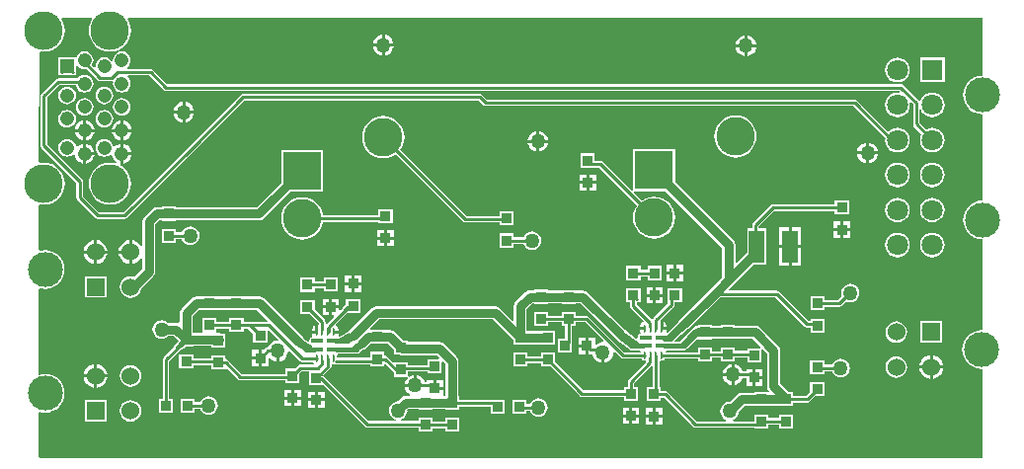
<source format=gbl>
G04*
G04 #@! TF.GenerationSoftware,Altium Limited,Altium Designer,20.2.6 (244)*
G04*
G04 Layer_Physical_Order=4*
G04 Layer_Color=16711680*
%FSLAX25Y25*%
%MOIN*%
G70*
G04*
G04 #@! TF.SameCoordinates,7EBD70BA-B8F3-473B-BE4C-BEC84CDD1DDF*
G04*
G04*
G04 #@! TF.FilePolarity,Positive*
G04*
G01*
G75*
%ADD13C,0.01000*%
%ADD14R,0.03543X0.03543*%
%ADD15R,0.03543X0.03543*%
%ADD19C,0.01181*%
%ADD30R,0.04756X0.04756*%
%ADD31C,0.04756*%
%ADD32C,0.13055*%
%ADD33C,0.11811*%
%ADD34R,0.06024X0.06024*%
%ADD35C,0.06024*%
%ADD36R,0.07087X0.07087*%
%ADD37C,0.07087*%
%ADD38C,0.13000*%
%ADD39R,0.13000X0.13000*%
%ADD40C,0.05000*%
%ADD41R,0.05394X0.11063*%
G04:AMPARAMS|DCode=42|XSize=23.62mil|YSize=7.87mil|CornerRadius=1.97mil|HoleSize=0mil|Usage=FLASHONLY|Rotation=270.000|XOffset=0mil|YOffset=0mil|HoleType=Round|Shape=RoundedRectangle|*
%AMROUNDEDRECTD42*
21,1,0.02362,0.00394,0,0,270.0*
21,1,0.01968,0.00787,0,0,270.0*
1,1,0.00394,-0.00197,-0.00984*
1,1,0.00394,-0.00197,0.00984*
1,1,0.00394,0.00197,0.00984*
1,1,0.00394,0.00197,-0.00984*
%
%ADD42ROUNDEDRECTD42*%
G04:AMPARAMS|DCode=43|XSize=41.34mil|YSize=15.75mil|CornerRadius=3.94mil|HoleSize=0mil|Usage=FLASHONLY|Rotation=180.000|XOffset=0mil|YOffset=0mil|HoleType=Round|Shape=RoundedRectangle|*
%AMROUNDEDRECTD43*
21,1,0.04134,0.00787,0,0,180.0*
21,1,0.03347,0.01575,0,0,180.0*
1,1,0.00787,-0.01673,0.00394*
1,1,0.00787,0.01673,0.00394*
1,1,0.00787,0.01673,-0.00394*
1,1,0.00787,-0.01673,-0.00394*
%
%ADD43ROUNDEDRECTD43*%
%ADD44C,0.01575*%
%ADD45C,0.03150*%
G36*
X328780Y148481D02*
Y129035D01*
X328738Y128997D01*
X327465Y128872D01*
X326240Y128500D01*
X325112Y127897D01*
X324122Y127085D01*
X323311Y126096D01*
X322707Y124967D01*
X322336Y123743D01*
X322211Y122469D01*
X322336Y121196D01*
X322707Y119972D01*
X323311Y118843D01*
X324122Y117854D01*
X325112Y117042D01*
X326240Y116439D01*
X327465Y116067D01*
X328738Y115942D01*
X328780Y115904D01*
Y86909D01*
X328738Y86871D01*
X327465Y86746D01*
X326240Y86374D01*
X325112Y85771D01*
X324122Y84959D01*
X323311Y83970D01*
X322707Y82841D01*
X322336Y81617D01*
X322211Y80344D01*
X322336Y79070D01*
X322707Y77846D01*
X323311Y76717D01*
X324122Y75728D01*
X325112Y74916D01*
X326240Y74313D01*
X327465Y73941D01*
X328738Y73816D01*
X328780Y73778D01*
Y43407D01*
X328438Y43097D01*
X327165Y42972D01*
X325940Y42600D01*
X324812Y41997D01*
X323822Y41185D01*
X323011Y40196D01*
X322407Y39067D01*
X322036Y37843D01*
X321911Y36569D01*
X322036Y35296D01*
X322407Y34071D01*
X323011Y32943D01*
X323822Y31954D01*
X324812Y31142D01*
X325940Y30539D01*
X327165Y30167D01*
X328438Y30042D01*
X328780Y29732D01*
Y0D01*
X10592D01*
X10129Y464D01*
X10145Y15239D01*
X10547Y15537D01*
X11057Y15382D01*
X12330Y15257D01*
X13604Y15382D01*
X14828Y15754D01*
X15957Y16357D01*
X16946Y17169D01*
X17758Y18158D01*
X18361Y19286D01*
X18732Y20511D01*
X18858Y21784D01*
X18732Y23058D01*
X18361Y24283D01*
X17758Y25411D01*
X16946Y26400D01*
X15957Y27212D01*
X14828Y27815D01*
X13604Y28187D01*
X12330Y28312D01*
X11057Y28187D01*
X10561Y28036D01*
X10159Y28334D01*
X10190Y57026D01*
X10592Y57323D01*
X11057Y57182D01*
X12330Y57057D01*
X13604Y57182D01*
X14828Y57554D01*
X15957Y58157D01*
X16946Y58969D01*
X17758Y59958D01*
X18361Y61086D01*
X18732Y62311D01*
X18858Y63585D01*
X18732Y64858D01*
X18361Y66082D01*
X17758Y67211D01*
X16946Y68200D01*
X15957Y69012D01*
X14828Y69615D01*
X13604Y69987D01*
X12330Y70112D01*
X11057Y69987D01*
X10606Y69850D01*
X10205Y70148D01*
X10221Y85151D01*
X10721Y85525D01*
X11846Y85414D01*
X13241Y85552D01*
X14583Y85959D01*
X15820Y86620D01*
X16904Y87509D01*
X17793Y88593D01*
X18454Y89830D01*
X18861Y91171D01*
X18999Y92567D01*
X18861Y93962D01*
X18454Y95304D01*
X17793Y96541D01*
X16904Y97624D01*
X15820Y98514D01*
X14583Y99175D01*
X13241Y99582D01*
X11846Y99719D01*
X10737Y99610D01*
X10237Y99992D01*
X10277Y136853D01*
X10778Y137252D01*
X11846Y137147D01*
X13241Y137284D01*
X14583Y137691D01*
X15820Y138352D01*
X16904Y139242D01*
X17793Y140325D01*
X18454Y141562D01*
X18861Y142904D01*
X18999Y144299D01*
X18861Y145694D01*
X18454Y147036D01*
X17851Y148165D01*
X18044Y148665D01*
X28011D01*
X28203Y148165D01*
X27600Y147036D01*
X27193Y145694D01*
X27056Y144299D01*
X27193Y142904D01*
X27600Y141562D01*
X28261Y140325D01*
X29151Y139242D01*
X30234Y138352D01*
X31471Y137691D01*
X32813Y137284D01*
X34208Y137147D01*
X35604Y137284D01*
X36945Y137691D01*
X38182Y138352D01*
X39266Y139242D01*
X40155Y140325D01*
X40816Y141562D01*
X41223Y142904D01*
X41361Y144299D01*
X41223Y145694D01*
X40816Y147036D01*
X40213Y148165D01*
X40406Y148665D01*
X328596D01*
X328780Y148481D01*
D02*
G37*
%LPC*%
G36*
X127000Y142854D02*
Y139890D01*
X129964D01*
X129910Y140304D01*
X129557Y141155D01*
X128996Y141886D01*
X128265Y142447D01*
X127414Y142800D01*
X127000Y142854D01*
D02*
G37*
G36*
X126000D02*
X125586Y142800D01*
X124735Y142447D01*
X124004Y141886D01*
X123443Y141155D01*
X123090Y140304D01*
X123036Y139890D01*
X126000D01*
Y142854D01*
D02*
G37*
G36*
X249400Y142604D02*
Y139640D01*
X252364D01*
X252310Y140054D01*
X251957Y140905D01*
X251396Y141636D01*
X250665Y142197D01*
X249814Y142550D01*
X249400Y142604D01*
D02*
G37*
G36*
X248400D02*
X247986Y142550D01*
X247135Y142197D01*
X246404Y141636D01*
X245843Y140905D01*
X245490Y140054D01*
X245436Y139640D01*
X248400D01*
Y142604D01*
D02*
G37*
G36*
X129964Y138890D02*
X127000D01*
Y135926D01*
X127414Y135980D01*
X128265Y136333D01*
X128996Y136894D01*
X129557Y137625D01*
X129910Y138476D01*
X129964Y138890D01*
D02*
G37*
G36*
X126000D02*
X123036D01*
X123090Y138476D01*
X123443Y137625D01*
X124004Y136894D01*
X124735Y136333D01*
X125586Y135980D01*
X126000Y135926D01*
Y138890D01*
D02*
G37*
G36*
X252364Y138640D02*
X249400D01*
Y135676D01*
X249814Y135730D01*
X250665Y136083D01*
X251396Y136644D01*
X251957Y137375D01*
X252310Y138226D01*
X252364Y138640D01*
D02*
G37*
G36*
X248400D02*
X245436D01*
X245490Y138226D01*
X245843Y137375D01*
X246404Y136644D01*
X247135Y136083D01*
X247986Y135730D01*
X248400Y135676D01*
Y138640D01*
D02*
G37*
G36*
X38224Y137175D02*
X37449Y137073D01*
X36727Y136774D01*
X36107Y136298D01*
X35631Y135678D01*
X35332Y134956D01*
X35230Y134181D01*
X35240Y134102D01*
X34762Y133904D01*
X34436Y134330D01*
X33816Y134806D01*
X33093Y135105D01*
X32318Y135207D01*
X31543Y135105D01*
X30821Y134806D01*
X30201Y134330D01*
X29725Y133710D01*
X29426Y132987D01*
X29324Y132212D01*
X29356Y131970D01*
X28883Y131737D01*
X28095Y132524D01*
X28218Y132684D01*
X28518Y133406D01*
X28620Y134181D01*
X28518Y134956D01*
X28218Y135678D01*
X27743Y136298D01*
X27123Y136774D01*
X26401Y137073D01*
X25626Y137175D01*
X24851Y137073D01*
X24128Y136774D01*
X23508Y136298D01*
X23032Y135678D01*
X22983Y135559D01*
X22689Y135181D01*
X16751D01*
Y130442D01*
X16730Y130335D01*
X16751Y130227D01*
Y129244D01*
X17734D01*
X17842Y129223D01*
X17950Y129244D01*
X21490D01*
X21598Y129223D01*
X21705Y129244D01*
X22689D01*
Y130227D01*
X22710Y130335D01*
X22689Y130442D01*
Y132311D01*
X23189Y132481D01*
X23508Y132064D01*
X24128Y131588D01*
X24851Y131289D01*
X25626Y131187D01*
X26210Y131264D01*
X29926Y127548D01*
X29926Y127548D01*
X30287Y127307D01*
X30712Y127223D01*
X34767D01*
X34767Y127223D01*
X34870Y127243D01*
X34913Y127228D01*
X35298Y126822D01*
X35230Y126307D01*
X35332Y125532D01*
X35631Y124810D01*
X36107Y124190D01*
X36727Y123714D01*
X37449Y123415D01*
X38224Y123313D01*
X38999Y123415D01*
X39721Y123714D01*
X40341Y124190D01*
X40817Y124810D01*
X41116Y125532D01*
X41218Y126307D01*
X41116Y127082D01*
X40817Y127804D01*
X40341Y128424D01*
X40141Y128578D01*
X40310Y129078D01*
X47499D01*
X52325Y124253D01*
X52325Y124252D01*
X52686Y124012D01*
X53111Y123927D01*
X53111Y123927D01*
X300619D01*
X300798Y123691D01*
X300526Y123223D01*
X299998Y123293D01*
X298919Y123150D01*
X297913Y122734D01*
X297050Y122071D01*
X296387Y121208D01*
X295970Y120202D01*
X295828Y119123D01*
X295970Y118044D01*
X296387Y117038D01*
X297050Y116175D01*
X297913Y115512D01*
X298919Y115095D01*
X299998Y114953D01*
X301077Y115095D01*
X302083Y115512D01*
X302946Y116175D01*
X303609Y117038D01*
X304025Y118044D01*
X304167Y119123D01*
X304064Y119910D01*
X304537Y120143D01*
X305254Y119427D01*
Y112755D01*
X305254Y112755D01*
X305338Y112330D01*
X305579Y111969D01*
X308184Y109364D01*
X307781Y108391D01*
X307639Y107312D01*
X307781Y106233D01*
X308198Y105227D01*
X308861Y104364D01*
X309724Y103701D01*
X310730Y103285D01*
X311809Y103142D01*
X312888Y103285D01*
X313894Y103701D01*
X314757Y104364D01*
X315420Y105227D01*
X315836Y106233D01*
X315978Y107312D01*
X315836Y108391D01*
X315420Y109397D01*
X314757Y110260D01*
X313894Y110923D01*
X312888Y111339D01*
X311809Y111481D01*
X310730Y111339D01*
X309757Y110936D01*
X307477Y113216D01*
Y117471D01*
X307978Y117570D01*
X308198Y117038D01*
X308861Y116175D01*
X309724Y115512D01*
X310730Y115095D01*
X311809Y114953D01*
X312888Y115095D01*
X313894Y115512D01*
X314757Y116175D01*
X315420Y117038D01*
X315836Y118044D01*
X315978Y119123D01*
X315836Y120202D01*
X315420Y121208D01*
X314757Y122071D01*
X313894Y122734D01*
X312888Y123150D01*
X311809Y123293D01*
X310730Y123150D01*
X309724Y122734D01*
X308861Y122071D01*
X308198Y121208D01*
X307874Y120425D01*
X307698Y120384D01*
X307327Y120412D01*
X307152Y120674D01*
X307152Y120674D01*
X302001Y125825D01*
X301640Y126066D01*
X301214Y126151D01*
X301214Y126151D01*
X53572D01*
X48746Y130976D01*
X48386Y131217D01*
X47960Y131302D01*
X47960Y131302D01*
X40170D01*
X40000Y131802D01*
X40341Y132064D01*
X40817Y132684D01*
X41116Y133406D01*
X41218Y134181D01*
X41116Y134956D01*
X40817Y135678D01*
X40341Y136298D01*
X39721Y136774D01*
X38999Y137073D01*
X38224Y137175D01*
D02*
G37*
G36*
X25626Y129301D02*
X24851Y129199D01*
X24128Y128900D01*
X23508Y128424D01*
X23269Y128112D01*
X16760D01*
X16760Y128112D01*
X16334Y128027D01*
X15974Y127786D01*
X11104Y122916D01*
X10863Y122555D01*
X10778Y122130D01*
X10778Y122130D01*
Y105510D01*
X10778Y105510D01*
X10863Y105085D01*
X11104Y104724D01*
X22898Y92929D01*
Y87800D01*
X22898Y87800D01*
X22983Y87375D01*
X23224Y87014D01*
X29264Y80974D01*
X29625Y80733D01*
X30050Y80648D01*
X30050Y80648D01*
X39210D01*
X39210Y80648D01*
X39636Y80733D01*
X39996Y80974D01*
X63112Y104089D01*
X63112Y104089D01*
X79691Y120668D01*
X158619D01*
X160194Y119094D01*
X160194Y119094D01*
X160555Y118853D01*
X160980Y118768D01*
X160980Y118768D01*
X285179D01*
X295922Y108025D01*
X295828Y107312D01*
X295970Y106233D01*
X296387Y105227D01*
X297050Y104364D01*
X297913Y103701D01*
X298919Y103285D01*
X299998Y103142D01*
X301077Y103285D01*
X302083Y103701D01*
X302946Y104364D01*
X303609Y105227D01*
X304025Y106233D01*
X304167Y107312D01*
X304025Y108391D01*
X303609Y109397D01*
X302946Y110260D01*
X302083Y110923D01*
X301077Y111339D01*
X299998Y111481D01*
X298919Y111339D01*
X297913Y110923D01*
X297050Y110260D01*
X296846Y110247D01*
X286426Y120666D01*
X286066Y120907D01*
X285640Y120992D01*
X285640Y120992D01*
X161441D01*
X159866Y122566D01*
X159505Y122807D01*
X159080Y122892D01*
X159080Y122892D01*
X79230D01*
X79230Y122892D01*
X78804Y122807D01*
X78444Y122566D01*
X78444Y122566D01*
X61539Y105662D01*
X61539Y105662D01*
X38749Y82872D01*
X30511D01*
X25122Y88261D01*
Y93390D01*
X25122Y93390D01*
X25037Y93815D01*
X24796Y94176D01*
X13002Y105971D01*
Y121669D01*
X17221Y125888D01*
X22686D01*
X22733Y125532D01*
X23032Y124810D01*
X23508Y124190D01*
X24128Y123714D01*
X24851Y123415D01*
X25626Y123313D01*
X26401Y123415D01*
X27123Y123714D01*
X27743Y124190D01*
X28218Y124810D01*
X28518Y125532D01*
X28620Y126307D01*
X28518Y127082D01*
X28218Y127804D01*
X27743Y128424D01*
X27123Y128900D01*
X26401Y129199D01*
X25626Y129301D01*
D02*
G37*
G36*
X315943Y135068D02*
X307675D01*
Y126800D01*
X315943D01*
Y135068D01*
D02*
G37*
G36*
X299998Y135103D02*
X298919Y134961D01*
X297913Y134545D01*
X297050Y133882D01*
X296387Y133019D01*
X295970Y132013D01*
X295828Y130934D01*
X295970Y129855D01*
X296387Y128849D01*
X297050Y127986D01*
X297913Y127323D01*
X298919Y126907D01*
X299998Y126765D01*
X301077Y126907D01*
X302083Y127323D01*
X302946Y127986D01*
X303609Y128849D01*
X304025Y129855D01*
X304167Y130934D01*
X304025Y132013D01*
X303609Y133019D01*
X302946Y133882D01*
X302083Y134545D01*
X301077Y134961D01*
X299998Y135103D01*
D02*
G37*
G36*
X32318Y125364D02*
X31543Y125262D01*
X30821Y124963D01*
X30201Y124487D01*
X29725Y123867D01*
X29426Y123145D01*
X29324Y122370D01*
X29426Y121595D01*
X29725Y120873D01*
X30201Y120253D01*
X30821Y119777D01*
X31543Y119478D01*
X32318Y119376D01*
X33093Y119478D01*
X33816Y119777D01*
X34436Y120253D01*
X34911Y120873D01*
X35210Y121595D01*
X35313Y122370D01*
X35210Y123145D01*
X34911Y123867D01*
X34436Y124487D01*
X33816Y124963D01*
X33093Y125262D01*
X32318Y125364D01*
D02*
G37*
G36*
X19720D02*
X18945Y125262D01*
X18223Y124963D01*
X17603Y124487D01*
X17127Y123867D01*
X16828Y123145D01*
X16726Y122370D01*
X16828Y121595D01*
X17127Y120873D01*
X17603Y120253D01*
X18223Y119777D01*
X18945Y119478D01*
X19720Y119376D01*
X20495Y119478D01*
X21217Y119777D01*
X21837Y120253D01*
X22313Y120873D01*
X22612Y121595D01*
X22714Y122370D01*
X22612Y123145D01*
X22313Y123867D01*
X21837Y124487D01*
X21217Y124963D01*
X20495Y125262D01*
X19720Y125364D01*
D02*
G37*
G36*
X59600Y120134D02*
Y117170D01*
X62564D01*
X62510Y117584D01*
X62157Y118435D01*
X61596Y119166D01*
X60865Y119727D01*
X60014Y120080D01*
X59600Y120134D01*
D02*
G37*
G36*
X58600D02*
X58186Y120080D01*
X57335Y119727D01*
X56604Y119166D01*
X56043Y118435D01*
X55690Y117584D01*
X55636Y117170D01*
X58600D01*
Y120134D01*
D02*
G37*
G36*
X38224Y121427D02*
X37449Y121325D01*
X36727Y121026D01*
X36107Y120550D01*
X35631Y119930D01*
X35332Y119208D01*
X35230Y118433D01*
X35332Y117658D01*
X35631Y116936D01*
X36107Y116316D01*
X36727Y115840D01*
X37449Y115541D01*
X38224Y115439D01*
X38999Y115541D01*
X39721Y115840D01*
X40341Y116316D01*
X40817Y116936D01*
X41116Y117658D01*
X41218Y118433D01*
X41116Y119208D01*
X40817Y119930D01*
X40341Y120550D01*
X39721Y121026D01*
X38999Y121325D01*
X38224Y121427D01*
D02*
G37*
G36*
X25626D02*
X24851Y121325D01*
X24128Y121026D01*
X23508Y120550D01*
X23032Y119930D01*
X22733Y119208D01*
X22631Y118433D01*
X22733Y117658D01*
X23032Y116936D01*
X23508Y116316D01*
X24128Y115840D01*
X24851Y115541D01*
X25626Y115439D01*
X26401Y115541D01*
X27123Y115840D01*
X27743Y116316D01*
X28218Y116936D01*
X28518Y117658D01*
X28620Y118433D01*
X28518Y119208D01*
X28218Y119930D01*
X27743Y120550D01*
X27123Y121026D01*
X26401Y121325D01*
X25626Y121427D01*
D02*
G37*
G36*
X62564Y116170D02*
X59600D01*
Y113206D01*
X60014Y113260D01*
X60865Y113613D01*
X61596Y114174D01*
X62157Y114905D01*
X62510Y115756D01*
X62564Y116170D01*
D02*
G37*
G36*
X58600D02*
X55636D01*
X55690Y115756D01*
X56043Y114905D01*
X56604Y114174D01*
X57335Y113613D01*
X58186Y113260D01*
X58600Y113206D01*
Y116170D01*
D02*
G37*
G36*
X32318Y117490D02*
X31543Y117388D01*
X30821Y117089D01*
X30201Y116613D01*
X29725Y115993D01*
X29426Y115271D01*
X29324Y114496D01*
X29426Y113721D01*
X29725Y112999D01*
X30201Y112379D01*
X30821Y111903D01*
X31543Y111604D01*
X32318Y111502D01*
X33093Y111604D01*
X33816Y111903D01*
X34436Y112379D01*
X34911Y112999D01*
X35210Y113721D01*
X35313Y114496D01*
X35210Y115271D01*
X34911Y115993D01*
X34436Y116613D01*
X33816Y117089D01*
X33093Y117388D01*
X32318Y117490D01*
D02*
G37*
G36*
X19720D02*
X18945Y117388D01*
X18223Y117089D01*
X17603Y116613D01*
X17127Y115993D01*
X16828Y115271D01*
X16726Y114496D01*
X16828Y113721D01*
X17127Y112999D01*
X17603Y112379D01*
X18223Y111903D01*
X18945Y111604D01*
X19720Y111502D01*
X20495Y111604D01*
X21217Y111903D01*
X21837Y112379D01*
X22313Y112999D01*
X22612Y113721D01*
X22714Y114496D01*
X22612Y115271D01*
X22313Y115993D01*
X21837Y116613D01*
X21217Y117089D01*
X20495Y117388D01*
X19720Y117490D01*
D02*
G37*
G36*
X38724Y113900D02*
Y111059D01*
X41565D01*
X41515Y111441D01*
X41175Y112262D01*
X40633Y112968D01*
X39928Y113510D01*
X39106Y113850D01*
X38724Y113900D01*
D02*
G37*
G36*
X26125D02*
Y111059D01*
X28967D01*
X28916Y111441D01*
X28576Y112262D01*
X28035Y112968D01*
X27329Y113510D01*
X26507Y113850D01*
X26125Y113900D01*
D02*
G37*
G36*
X37724D02*
X37342Y113850D01*
X36520Y113510D01*
X35815Y112968D01*
X35273Y112262D01*
X34933Y111441D01*
X34883Y111059D01*
X37724D01*
Y113900D01*
D02*
G37*
G36*
X25126D02*
X24744Y113850D01*
X23922Y113510D01*
X23216Y112968D01*
X22675Y112262D01*
X22334Y111441D01*
X22284Y111059D01*
X25126D01*
Y113900D01*
D02*
G37*
G36*
X179160Y110324D02*
Y107360D01*
X182124D01*
X182070Y107774D01*
X181717Y108625D01*
X181156Y109356D01*
X180425Y109917D01*
X179574Y110270D01*
X179160Y110324D01*
D02*
G37*
G36*
X178160D02*
X177746Y110270D01*
X176895Y109917D01*
X176164Y109356D01*
X175603Y108625D01*
X175250Y107774D01*
X175196Y107360D01*
X178160D01*
Y110324D01*
D02*
G37*
G36*
X41565Y110059D02*
X38724D01*
Y107218D01*
X39106Y107268D01*
X39928Y107608D01*
X40633Y108150D01*
X41175Y108855D01*
X41515Y109677D01*
X41565Y110059D01*
D02*
G37*
G36*
X28967D02*
X26125D01*
Y107218D01*
X26507Y107268D01*
X27329Y107608D01*
X28035Y108150D01*
X28576Y108855D01*
X28916Y109677D01*
X28967Y110059D01*
D02*
G37*
G36*
X37724D02*
X34883D01*
X34933Y109677D01*
X35273Y108855D01*
X35815Y108150D01*
X36520Y107608D01*
X37342Y107268D01*
X37724Y107218D01*
Y110059D01*
D02*
G37*
G36*
X25126D02*
X22284D01*
X22334Y109677D01*
X22675Y108855D01*
X23216Y108150D01*
X23922Y107608D01*
X24744Y107268D01*
X25126Y107218D01*
Y110059D01*
D02*
G37*
G36*
X290460Y106444D02*
Y103480D01*
X293424D01*
X293370Y103894D01*
X293017Y104745D01*
X292456Y105476D01*
X291725Y106037D01*
X290874Y106390D01*
X290460Y106444D01*
D02*
G37*
G36*
X289460D02*
X289046Y106390D01*
X288195Y106037D01*
X287464Y105476D01*
X286903Y104745D01*
X286550Y103894D01*
X286496Y103480D01*
X289460D01*
Y106444D01*
D02*
G37*
G36*
X182124Y106360D02*
X179160D01*
Y103396D01*
X179574Y103450D01*
X180425Y103803D01*
X181156Y104364D01*
X181717Y105095D01*
X182070Y105946D01*
X182124Y106360D01*
D02*
G37*
G36*
X178160D02*
X175196D01*
X175250Y105946D01*
X175603Y105095D01*
X176164Y104364D01*
X176895Y103803D01*
X177746Y103450D01*
X178160Y103396D01*
Y106360D01*
D02*
G37*
G36*
X38724Y106026D02*
Y103185D01*
X41565D01*
X41515Y103567D01*
X41175Y104388D01*
X40633Y105094D01*
X39928Y105636D01*
X39106Y105976D01*
X38724Y106026D01*
D02*
G37*
G36*
X26125D02*
Y103185D01*
X28967D01*
X28916Y103567D01*
X28576Y104388D01*
X28035Y105094D01*
X27329Y105636D01*
X26507Y105976D01*
X26125Y106026D01*
D02*
G37*
G36*
X245320Y115625D02*
X243930Y115488D01*
X242593Y115083D01*
X241362Y114424D01*
X240282Y113538D01*
X239396Y112458D01*
X238738Y111227D01*
X238332Y109890D01*
X238195Y108500D01*
X238332Y107110D01*
X238738Y105773D01*
X239396Y104542D01*
X240282Y103462D01*
X241362Y102576D01*
X242593Y101918D01*
X243930Y101512D01*
X245320Y101375D01*
X246710Y101512D01*
X248047Y101918D01*
X249278Y102576D01*
X250358Y103462D01*
X251244Y104542D01*
X251903Y105773D01*
X252308Y107110D01*
X252445Y108500D01*
X252308Y109890D01*
X251903Y111227D01*
X251244Y112458D01*
X250358Y113538D01*
X249278Y114424D01*
X248047Y115083D01*
X246710Y115488D01*
X245320Y115625D01*
D02*
G37*
G36*
X293424Y102480D02*
X290460D01*
Y99516D01*
X290874Y99570D01*
X291725Y99923D01*
X292456Y100484D01*
X293017Y101215D01*
X293370Y102066D01*
X293424Y102480D01*
D02*
G37*
G36*
X289460D02*
X286496D01*
X286550Y102066D01*
X286903Y101215D01*
X287464Y100484D01*
X288195Y99923D01*
X289046Y99570D01*
X289460Y99516D01*
Y102480D01*
D02*
G37*
G36*
X32318Y107648D02*
X31543Y107546D01*
X30821Y107246D01*
X30201Y106771D01*
X29725Y106150D01*
X29426Y105428D01*
X29324Y104654D01*
X29426Y103878D01*
X29725Y103156D01*
X30201Y102536D01*
X30821Y102060D01*
X31543Y101761D01*
X32318Y101659D01*
X33093Y101761D01*
X33816Y102060D01*
X34342Y102464D01*
X34689Y102387D01*
X34870Y102281D01*
X34933Y101803D01*
X35273Y100981D01*
X35815Y100276D01*
X36322Y99887D01*
X36090Y99435D01*
X35604Y99582D01*
X34208Y99719D01*
X32813Y99582D01*
X31471Y99175D01*
X30234Y98514D01*
X29151Y97624D01*
X28261Y96541D01*
X27600Y95304D01*
X27193Y93962D01*
X27056Y92567D01*
X27193Y91171D01*
X27600Y89830D01*
X28261Y88593D01*
X29151Y87509D01*
X30234Y86620D01*
X31471Y85959D01*
X32813Y85552D01*
X34208Y85414D01*
X35604Y85552D01*
X36945Y85959D01*
X38182Y86620D01*
X39266Y87509D01*
X40155Y88593D01*
X40816Y89830D01*
X41223Y91171D01*
X41361Y92567D01*
X41223Y93962D01*
X40816Y95304D01*
X40155Y96541D01*
X39266Y97624D01*
X38182Y98514D01*
X37524Y98866D01*
X37679Y99349D01*
X37724Y99344D01*
Y102685D01*
Y106026D01*
X37342Y105976D01*
X36520Y105636D01*
X35815Y105094D01*
X35767Y105032D01*
X35244Y105172D01*
X35210Y105428D01*
X34911Y106150D01*
X34436Y106771D01*
X33816Y107246D01*
X33093Y107546D01*
X32318Y107648D01*
D02*
G37*
G36*
X41565Y102185D02*
X38724D01*
Y99344D01*
X39106Y99394D01*
X39928Y99734D01*
X40633Y100276D01*
X41175Y100981D01*
X41515Y101803D01*
X41565Y102185D01*
D02*
G37*
G36*
X28967D02*
X26125D01*
Y99344D01*
X26507Y99394D01*
X27329Y99734D01*
X28035Y100276D01*
X28576Y100981D01*
X28916Y101803D01*
X28967Y102185D01*
D02*
G37*
G36*
X19720Y107648D02*
X18945Y107546D01*
X18223Y107246D01*
X17603Y106771D01*
X17127Y106150D01*
X16828Y105428D01*
X16726Y104654D01*
X16828Y103878D01*
X17127Y103156D01*
X17603Y102536D01*
X18223Y102060D01*
X18945Y101761D01*
X19720Y101659D01*
X20495Y101761D01*
X21217Y102060D01*
X21743Y102464D01*
X22091Y102387D01*
X22272Y102281D01*
X22334Y101803D01*
X22675Y100981D01*
X23216Y100276D01*
X23922Y99734D01*
X24744Y99394D01*
X25126Y99344D01*
Y102685D01*
Y106026D01*
X24744Y105976D01*
X23922Y105636D01*
X23216Y105094D01*
X23169Y105032D01*
X22646Y105172D01*
X22612Y105428D01*
X22313Y106150D01*
X21837Y106771D01*
X21217Y107246D01*
X20495Y107546D01*
X19720Y107648D01*
D02*
G37*
G36*
X198262Y95682D02*
X195990D01*
Y93410D01*
X198262D01*
Y95682D01*
D02*
G37*
G36*
X194990D02*
X192718D01*
Y93410D01*
X194990D01*
Y95682D01*
D02*
G37*
G36*
X311809Y99670D02*
X310730Y99528D01*
X309724Y99112D01*
X308861Y98449D01*
X308198Y97586D01*
X307781Y96580D01*
X307639Y95501D01*
X307781Y94422D01*
X308198Y93416D01*
X308861Y92553D01*
X309724Y91890D01*
X310730Y91474D01*
X311809Y91331D01*
X312888Y91474D01*
X313894Y91890D01*
X314757Y92553D01*
X315420Y93416D01*
X315836Y94422D01*
X315978Y95501D01*
X315836Y96580D01*
X315420Y97586D01*
X314757Y98449D01*
X313894Y99112D01*
X312888Y99528D01*
X311809Y99670D01*
D02*
G37*
G36*
X299998D02*
X298919Y99528D01*
X297913Y99112D01*
X297050Y98449D01*
X296387Y97586D01*
X295970Y96580D01*
X295828Y95501D01*
X295970Y94422D01*
X296387Y93416D01*
X297050Y92553D01*
X297913Y91890D01*
X298919Y91474D01*
X299998Y91331D01*
X301077Y91474D01*
X302083Y91890D01*
X302946Y92553D01*
X303609Y93416D01*
X304025Y94422D01*
X304167Y95501D01*
X304025Y96580D01*
X303609Y97586D01*
X302946Y98449D01*
X302083Y99112D01*
X301077Y99528D01*
X299998Y99670D01*
D02*
G37*
G36*
X224973Y104225D02*
X210792D01*
Y90432D01*
X210292Y90225D01*
X200612Y99905D01*
X200251Y100146D01*
X199826Y100230D01*
X199826Y100230D01*
X197852D01*
Y102752D01*
X193128D01*
Y98028D01*
X196654D01*
X196762Y98007D01*
X196762Y98007D01*
X199365D01*
X212135Y85237D01*
X211958Y85021D01*
X211300Y83789D01*
X210894Y82452D01*
X210757Y81062D01*
X210894Y79672D01*
X211300Y78336D01*
X211958Y77104D01*
X212844Y76024D01*
X213924Y75138D01*
X215156Y74480D01*
X216492Y74074D01*
X217882Y73937D01*
X219272Y74074D01*
X220609Y74480D01*
X221841Y75138D01*
X222920Y76024D01*
X223806Y77104D01*
X224465Y78336D01*
X224870Y79672D01*
X225007Y81062D01*
X224870Y82452D01*
X224465Y83789D01*
X223806Y85021D01*
X222920Y86100D01*
X221841Y86986D01*
X220609Y87645D01*
X219272Y88050D01*
X217882Y88187D01*
X216492Y88050D01*
X215156Y87645D01*
X213924Y86986D01*
X213708Y86809D01*
X210972Y89544D01*
X211180Y90044D01*
X221850D01*
X240885Y71010D01*
Y61023D01*
X236741Y56879D01*
X226671Y46809D01*
X226192Y46093D01*
X226182Y46044D01*
X222393Y42254D01*
X221932Y42501D01*
X221962Y42652D01*
Y43137D01*
X220545D01*
Y43637D01*
X220045D01*
Y46080D01*
X219968Y46377D01*
X224423Y50832D01*
X224423Y50832D01*
X224664Y51193D01*
X224748Y51618D01*
Y52528D01*
X227270D01*
Y57252D01*
X222546D01*
Y53726D01*
X222525Y53618D01*
X222525Y53618D01*
Y52079D01*
X217790Y47345D01*
X217549Y46984D01*
X217007Y46822D01*
X212020Y51809D01*
Y52028D01*
X212180Y52506D01*
X212287Y52528D01*
X213270D01*
Y53511D01*
X213292Y53618D01*
X213270Y53726D01*
Y57252D01*
X208546D01*
Y52528D01*
X209796D01*
Y51349D01*
X209796Y51349D01*
X209881Y50923D01*
X210122Y50562D01*
X214355Y46330D01*
X214187Y45790D01*
X213976Y45748D01*
X213580Y45484D01*
X213315Y45088D01*
X213223Y44621D01*
Y44137D01*
X214640D01*
Y43137D01*
X213223D01*
Y42652D01*
X213276Y42384D01*
X213269Y42138D01*
X212956Y41823D01*
X212878Y41808D01*
X212552Y41590D01*
X212335Y41265D01*
X212258Y40881D01*
Y40606D01*
X211758Y40360D01*
X207996Y43255D01*
X207879Y43429D01*
X195399Y55910D01*
X194682Y56389D01*
X193838Y56557D01*
X191330D01*
Y56672D01*
X186606D01*
Y56557D01*
X182150D01*
Y56752D01*
X177426D01*
Y56598D01*
X175928D01*
X175083Y56430D01*
X174367Y55951D01*
X171147Y52731D01*
X170668Y52015D01*
X170500Y51170D01*
Y46554D01*
X170038Y46362D01*
X165820Y50581D01*
X165103Y51060D01*
X164258Y51228D01*
X124160D01*
X123315Y51060D01*
X122599Y50581D01*
X114879Y42861D01*
X114762Y42686D01*
X111620Y40931D01*
X111233Y41256D01*
X111216Y41303D01*
X111268Y41563D01*
Y42048D01*
X109851D01*
Y43048D01*
X111268D01*
Y43532D01*
X111175Y43999D01*
X110911Y44395D01*
X110603Y44600D01*
X110488Y44984D01*
X110473Y45177D01*
X113469Y48174D01*
X113534Y48201D01*
X114288Y48948D01*
X118620D01*
Y53672D01*
X113896D01*
Y51774D01*
X112634Y50523D01*
X112634Y50521D01*
X112632Y50521D01*
X112605Y50455D01*
X111982Y49832D01*
X111520Y50023D01*
Y50450D01*
X109248D01*
Y48178D01*
X109675D01*
X109866Y47716D01*
X107494Y45344D01*
X106994Y45551D01*
Y45946D01*
X106994Y45946D01*
X106910Y46371D01*
X106669Y46732D01*
X106669Y46732D01*
X103250Y50150D01*
Y53302D01*
X98526D01*
Y48578D01*
X101678D01*
X104692Y45564D01*
X104667Y45028D01*
X104445Y44860D01*
Y42548D01*
X103945D01*
Y42048D01*
X102528D01*
Y41563D01*
X102582Y41295D01*
X102575Y41050D01*
X102262Y40734D01*
X102183Y40719D01*
X101858Y40501D01*
X101640Y40176D01*
X101564Y39792D01*
Y39557D01*
X101123Y39320D01*
X99549Y40362D01*
X99290Y40750D01*
X86219Y53821D01*
X85503Y54300D01*
X84658Y54468D01*
X79260D01*
Y54622D01*
X74536D01*
Y54468D01*
X70240D01*
Y54572D01*
X65516D01*
Y54468D01*
X63398D01*
X62553Y54300D01*
X61837Y53821D01*
X58377Y50361D01*
X57898Y49645D01*
X57730Y48800D01*
Y45763D01*
X57230Y45456D01*
X56568Y45588D01*
X53840D01*
X53199Y46080D01*
X52447Y46391D01*
X51640Y46497D01*
X50833Y46391D01*
X50081Y46080D01*
X49436Y45584D01*
X48940Y44939D01*
X48629Y44187D01*
X48523Y43380D01*
X48629Y42573D01*
X48940Y41821D01*
X49436Y41176D01*
X50081Y40680D01*
X50833Y40369D01*
X51640Y40263D01*
X52447Y40369D01*
X53199Y40680D01*
X53840Y41172D01*
X55654D01*
X57265Y39561D01*
X55779Y37448D01*
X55771Y37416D01*
X52252Y33896D01*
X52011Y33536D01*
X51926Y33110D01*
X51926Y33110D01*
Y20052D01*
X50676D01*
Y15328D01*
X55400D01*
Y20052D01*
X54150D01*
Y32649D01*
X57344Y35844D01*
X57376Y35851D01*
X59931Y37648D01*
X62300D01*
Y37802D01*
X68456D01*
Y37298D01*
X73180D01*
Y42022D01*
X71824D01*
X71783Y42050D01*
X70938Y42218D01*
X70678D01*
X70240Y42368D01*
Y43668D01*
X74536D01*
Y42418D01*
X79260D01*
Y43668D01*
X80870D01*
X82568Y41970D01*
Y38818D01*
X87292D01*
Y42998D01*
X87792Y43205D01*
X90938Y40060D01*
X90697Y39593D01*
X89916Y39490D01*
X89065Y39137D01*
X88334Y38576D01*
X87773Y37845D01*
X87502Y37192D01*
X87310D01*
X86885Y37107D01*
X86524Y36866D01*
X86524Y36866D01*
X86129Y36472D01*
X85430D01*
Y33700D01*
Y30928D01*
X87702D01*
Y33586D01*
X88202Y33756D01*
X88334Y33584D01*
X89065Y33023D01*
X89916Y32670D01*
X90330Y32616D01*
Y36080D01*
X91330D01*
Y32616D01*
X91744Y32670D01*
X92595Y33023D01*
X93326Y33584D01*
X93887Y34315D01*
X94240Y35166D01*
X94343Y35947D01*
X94810Y36188D01*
X98338Y32659D01*
X98699Y32418D01*
X99125Y32333D01*
X101936D01*
X102173Y32381D01*
X102846D01*
X103122Y31943D01*
X103066Y31737D01*
X102934Y31504D01*
X98530D01*
X98530Y31504D01*
X98105Y31420D01*
X97744Y31178D01*
X96628Y30062D01*
X93476D01*
Y28392D01*
X78629D01*
X74055Y32966D01*
X73694Y33207D01*
X73268Y33292D01*
X73180Y33780D01*
Y34542D01*
X68456D01*
Y33542D01*
X62300D01*
Y34892D01*
X57576D01*
Y30168D01*
X62300D01*
Y31318D01*
X68456D01*
Y29818D01*
X73180D01*
Y30042D01*
X73642Y30233D01*
X77382Y26494D01*
X77743Y26253D01*
X78168Y26168D01*
X78168Y26168D01*
X93476D01*
Y25338D01*
X98200D01*
Y28490D01*
X98991Y29280D01*
X101496D01*
Y24688D01*
X106219D01*
X120304Y10604D01*
X120304Y10604D01*
X120665Y10363D01*
X121090Y10278D01*
X121090Y10278D01*
X138296D01*
Y8808D01*
X143020D01*
Y10058D01*
X147296D01*
Y8808D01*
X152020D01*
Y13532D01*
X147296D01*
Y12282D01*
X143020D01*
Y13532D01*
X138296D01*
Y12502D01*
X132331D01*
X132277Y12999D01*
X133029Y13310D01*
X133674Y13806D01*
X134170Y14451D01*
X134481Y15203D01*
X134587Y16010D01*
X134575Y16103D01*
X134975Y16502D01*
X138296D01*
Y16288D01*
X143020D01*
Y16442D01*
X147296D01*
Y16288D01*
X152020D01*
Y17380D01*
X162676D01*
Y14858D01*
X167400D01*
Y19582D01*
X163874D01*
X163766Y19604D01*
X163766Y19604D01*
X152020D01*
Y21012D01*
X151866D01*
Y32652D01*
X151698Y33497D01*
X151219Y34213D01*
X146989Y38443D01*
X146273Y38921D01*
X145428Y39090D01*
X134790D01*
Y39572D01*
X133188D01*
X130329Y42431D01*
X129613Y42910D01*
X128768Y43078D01*
X126800D01*
Y43232D01*
X122202D01*
X121937Y43675D01*
X125075Y46812D01*
X163344D01*
X170346Y39810D01*
Y38208D01*
X175070D01*
Y38362D01*
X179800D01*
Y38227D01*
X184525D01*
Y42951D01*
X179800D01*
Y42778D01*
X175070D01*
Y42932D01*
X174916D01*
Y50256D01*
X176843Y52182D01*
X177426D01*
Y52028D01*
X182150D01*
Y52141D01*
X186606D01*
Y51948D01*
X191330D01*
Y52141D01*
X192923D01*
X204757Y40307D01*
X204984Y40155D01*
X205061Y40023D01*
X209671Y36483D01*
X209773Y36456D01*
X209852Y36386D01*
X210000Y36395D01*
X210143Y36356D01*
X210184Y36380D01*
X210456Y36326D01*
X212994D01*
X213292Y35826D01*
X213221Y35693D01*
X207869D01*
X195907Y47655D01*
X195546Y47896D01*
X195121Y47981D01*
X195121Y47981D01*
X191330D01*
Y49192D01*
X186606D01*
Y48022D01*
X182150D01*
Y49272D01*
X177426D01*
Y44548D01*
X182150D01*
Y45798D01*
X186606D01*
Y44468D01*
X187856D01*
Y40142D01*
X185338D01*
Y35418D01*
X190062D01*
Y38958D01*
X190080Y39048D01*
X190080Y39048D01*
Y44468D01*
X191330D01*
Y45757D01*
X194660D01*
X200857Y39560D01*
X200636Y39112D01*
X200570Y39120D01*
X199656Y39000D01*
X198805Y38647D01*
X198452Y38376D01*
X197952Y38623D01*
Y40552D01*
X195680D01*
Y37780D01*
Y35008D01*
X197116D01*
X197160Y34676D01*
X197513Y33825D01*
X198074Y33094D01*
X198805Y32533D01*
X199656Y32180D01*
X200070Y32126D01*
Y35590D01*
X201070D01*
Y32126D01*
X201484Y32180D01*
X202335Y32533D01*
X203066Y33094D01*
X203627Y33825D01*
X203980Y34676D01*
X204100Y35590D01*
X204092Y35656D01*
X204540Y35877D01*
X206622Y33795D01*
X206622Y33795D01*
X206983Y33554D01*
X207408Y33469D01*
X207408Y33469D01*
X213665D01*
X213701Y33290D01*
X213875Y33029D01*
X214136Y32855D01*
X214443Y32794D01*
X214837D01*
X214921Y32811D01*
X214938Y32804D01*
X215179Y32353D01*
X209284Y26457D01*
X209043Y26096D01*
X208958Y25671D01*
X208958Y25671D01*
Y24052D01*
X207708D01*
Y22802D01*
X194042D01*
X184525Y32319D01*
Y35471D01*
X179800D01*
Y34202D01*
X175070D01*
Y35452D01*
X170346D01*
Y30728D01*
X175070D01*
Y31978D01*
X179800D01*
Y30746D01*
X182952D01*
X192795Y20904D01*
X193156Y20663D01*
X193581Y20578D01*
X207708D01*
Y19328D01*
X212432D01*
Y24052D01*
X211182D01*
Y25210D01*
X216965Y30993D01*
X217465Y30786D01*
Y23812D01*
X215488D01*
Y19088D01*
X220212D01*
Y20338D01*
X221257D01*
X231122Y10474D01*
X231122Y10474D01*
X231483Y10233D01*
X231908Y10148D01*
X251680D01*
Y9986D01*
X256405D01*
Y11237D01*
X260180D01*
Y9986D01*
X264905D01*
Y14711D01*
X260180D01*
Y13461D01*
X256405D01*
Y14711D01*
X251680D01*
Y12372D01*
X244585D01*
X244486Y12872D01*
X244869Y13030D01*
X245514Y13526D01*
X246010Y14171D01*
X246321Y14923D01*
X246427Y15724D01*
X248265Y17562D01*
X251680D01*
Y17467D01*
X256405D01*
Y17621D01*
X260180D01*
Y17467D01*
X264905D01*
Y18717D01*
X269667D01*
X269667Y18717D01*
X270093Y18802D01*
X270454Y19043D01*
X272139Y20728D01*
X275290D01*
Y25452D01*
X270566D01*
Y22300D01*
X269207Y20941D01*
X264905D01*
Y22191D01*
X263302D01*
X260418Y25076D01*
Y36248D01*
X260250Y37093D01*
X259771Y37809D01*
X253519Y44061D01*
X252803Y44540D01*
X251958Y44708D01*
X245000D01*
Y44862D01*
X240276D01*
Y44628D01*
X237440D01*
Y44782D01*
X232716D01*
Y44628D01*
X232627D01*
X231783Y44460D01*
X231066Y43981D01*
X231042Y43944D01*
X231003Y43926D01*
X226722Y39136D01*
X224841D01*
X224668Y39636D01*
X229546Y43488D01*
X229576Y43542D01*
X229793Y43687D01*
X239863Y53757D01*
X240312Y54206D01*
X258801D01*
X268694Y44314D01*
X269055Y44073D01*
X269480Y43988D01*
X269480Y43988D01*
X270648D01*
Y42268D01*
X275372D01*
Y46992D01*
X270648D01*
Y46212D01*
X269941D01*
X260048Y56104D01*
X259687Y56345D01*
X259262Y56430D01*
X259262Y56430D01*
X243189D01*
X242998Y56892D01*
X244654Y58548D01*
X251284Y65178D01*
X255857D01*
Y77422D01*
X253202D01*
Y78209D01*
X258381Y83388D01*
X278908D01*
Y82138D01*
X283632D01*
Y86862D01*
X278908D01*
Y85612D01*
X257920D01*
X257495Y85527D01*
X257134Y85286D01*
X251304Y79456D01*
X251063Y79096D01*
X250978Y78670D01*
X250978Y78670D01*
Y77422D01*
X249282D01*
Y69421D01*
X245762Y65901D01*
X245300Y66092D01*
Y71925D01*
X245132Y72769D01*
X244654Y73486D01*
X224973Y93167D01*
Y104225D01*
D02*
G37*
G36*
X198262Y92410D02*
X195990D01*
Y90138D01*
X198262D01*
Y92410D01*
D02*
G37*
G36*
X194990D02*
X192718D01*
Y90138D01*
X194990D01*
Y92410D01*
D02*
G37*
G36*
X106143Y103995D02*
X91962D01*
Y92937D01*
X83643Y84618D01*
X56552D01*
Y84772D01*
X51828D01*
Y84618D01*
X50000D01*
X49155Y84450D01*
X48439Y83972D01*
X45759Y81291D01*
X45280Y80575D01*
X45112Y79730D01*
Y71708D01*
X44796Y71574D01*
X44612Y71567D01*
X44010Y72351D01*
X43172Y72994D01*
X42196Y73399D01*
X41649Y73471D01*
Y69490D01*
Y65509D01*
X42196Y65581D01*
X43172Y65986D01*
X44010Y66629D01*
X44612Y67413D01*
X44796Y67406D01*
X45112Y67272D01*
Y63835D01*
X42356Y61078D01*
X42090Y61189D01*
X41149Y61312D01*
X40209Y61189D01*
X39332Y60826D01*
X38580Y60248D01*
X38002Y59496D01*
X37639Y58619D01*
X37516Y57679D01*
X37639Y56739D01*
X38002Y55862D01*
X38580Y55110D01*
X39332Y54532D01*
X40209Y54169D01*
X41149Y54045D01*
X42090Y54169D01*
X42966Y54532D01*
X43718Y55110D01*
X44296Y55862D01*
X44659Y56739D01*
X44719Y57197D01*
X48881Y61359D01*
X49360Y62075D01*
X49528Y62920D01*
Y78816D01*
X50915Y80203D01*
X51828D01*
Y80048D01*
X56552D01*
Y80203D01*
X84558D01*
X85403Y80371D01*
X86119Y80849D01*
X95084Y89814D01*
X106143D01*
Y103995D01*
D02*
G37*
G36*
X311809Y87859D02*
X310730Y87717D01*
X309724Y87301D01*
X308861Y86638D01*
X308198Y85775D01*
X307781Y84769D01*
X307639Y83690D01*
X307781Y82611D01*
X308198Y81605D01*
X308861Y80742D01*
X309724Y80079D01*
X310730Y79663D01*
X311809Y79520D01*
X312888Y79663D01*
X313894Y80079D01*
X314757Y80742D01*
X315420Y81605D01*
X315836Y82611D01*
X315978Y83690D01*
X315836Y84769D01*
X315420Y85775D01*
X314757Y86638D01*
X313894Y87301D01*
X312888Y87717D01*
X311809Y87859D01*
D02*
G37*
G36*
X299998D02*
X298919Y87717D01*
X297913Y87301D01*
X297050Y86638D01*
X296387Y85775D01*
X295970Y84769D01*
X295828Y83690D01*
X295970Y82611D01*
X296387Y81605D01*
X297050Y80742D01*
X297913Y80079D01*
X298919Y79663D01*
X299998Y79520D01*
X301077Y79663D01*
X302083Y80079D01*
X302946Y80742D01*
X303609Y81605D01*
X304025Y82611D01*
X304167Y83690D01*
X304025Y84769D01*
X303609Y85775D01*
X302946Y86638D01*
X302083Y87301D01*
X301077Y87717D01*
X299998Y87859D01*
D02*
G37*
G36*
X99052Y87957D02*
X97662Y87820D01*
X96326Y87415D01*
X95094Y86756D01*
X94014Y85870D01*
X93128Y84790D01*
X92470Y83559D01*
X92064Y82222D01*
X91927Y80832D01*
X92064Y79442D01*
X92470Y78106D01*
X93128Y76874D01*
X94014Y75794D01*
X95094Y74908D01*
X96326Y74250D01*
X97662Y73844D01*
X99052Y73707D01*
X100442Y73844D01*
X101779Y74250D01*
X103010Y74908D01*
X104090Y75794D01*
X104976Y76874D01*
X105635Y78106D01*
X106040Y79442D01*
X106068Y79720D01*
X124878D01*
Y79308D01*
X129602D01*
Y84032D01*
X124878D01*
Y81944D01*
X106068D01*
X106040Y82222D01*
X105635Y83559D01*
X104976Y84790D01*
X104090Y85870D01*
X103010Y86756D01*
X101779Y87415D01*
X100442Y87820D01*
X99052Y87957D01*
D02*
G37*
G36*
X126490Y115395D02*
X125100Y115258D01*
X123763Y114852D01*
X122532Y114194D01*
X121452Y113308D01*
X120566Y112228D01*
X119907Y110997D01*
X119502Y109660D01*
X119365Y108270D01*
X119502Y106880D01*
X119907Y105543D01*
X120566Y104312D01*
X121452Y103232D01*
X122532Y102346D01*
X123763Y101688D01*
X125100Y101282D01*
X126490Y101145D01*
X127880Y101282D01*
X129217Y101688D01*
X130448Y102346D01*
X130664Y102523D01*
X153389Y79799D01*
X153389Y79799D01*
X153750Y79558D01*
X154175Y79473D01*
X165708D01*
Y78498D01*
X170432D01*
Y83222D01*
X165708D01*
Y81697D01*
X154636D01*
X132237Y104096D01*
X132414Y104312D01*
X133072Y105543D01*
X133478Y106880D01*
X133615Y108270D01*
X133478Y109660D01*
X133072Y110997D01*
X132414Y112228D01*
X131528Y113308D01*
X130448Y114194D01*
X129217Y114852D01*
X127880Y115258D01*
X126490Y115395D01*
D02*
G37*
G36*
X284042Y79791D02*
X281770D01*
Y77520D01*
X284042D01*
Y79791D01*
D02*
G37*
G36*
X280770D02*
X278498D01*
Y77520D01*
X280770D01*
Y79791D01*
D02*
G37*
G36*
X61270Y78087D02*
X60463Y77981D01*
X59711Y77670D01*
X59066Y77174D01*
X58570Y76529D01*
X58385Y76082D01*
X56552D01*
Y77292D01*
X51828D01*
Y72568D01*
X56552D01*
Y73858D01*
X58385D01*
X58570Y73411D01*
X59066Y72766D01*
X59711Y72270D01*
X60463Y71959D01*
X61270Y71853D01*
X62077Y71959D01*
X62829Y72270D01*
X63474Y72766D01*
X63970Y73411D01*
X64281Y74163D01*
X64387Y74970D01*
X64281Y75777D01*
X63970Y76529D01*
X63474Y77174D01*
X62829Y77670D01*
X62077Y77981D01*
X61270Y78087D01*
D02*
G37*
G36*
X130012Y76961D02*
X127740D01*
Y74690D01*
X130012D01*
Y76961D01*
D02*
G37*
G36*
X126740D02*
X124468D01*
Y74690D01*
X126740D01*
Y76961D01*
D02*
G37*
G36*
X176700Y76427D02*
X175893Y76321D01*
X175141Y76010D01*
X174496Y75514D01*
X174000Y74869D01*
X173815Y74422D01*
X170432D01*
Y75742D01*
X165708D01*
Y71018D01*
X170432D01*
Y72198D01*
X173815D01*
X174000Y71751D01*
X174496Y71106D01*
X175141Y70610D01*
X175893Y70299D01*
X176700Y70193D01*
X177507Y70299D01*
X178259Y70610D01*
X178904Y71106D01*
X179400Y71751D01*
X179711Y72503D01*
X179817Y73310D01*
X179711Y74117D01*
X179400Y74869D01*
X178904Y75514D01*
X178259Y76010D01*
X177507Y76321D01*
X176700Y76427D01*
D02*
G37*
G36*
X284042Y76520D02*
X281770D01*
Y74248D01*
X284042D01*
Y76520D01*
D02*
G37*
G36*
X280770D02*
X278498D01*
Y74248D01*
X280770D01*
Y76520D01*
D02*
G37*
G36*
X267447Y77832D02*
X264251D01*
Y71800D01*
X267447D01*
Y77832D01*
D02*
G37*
G36*
X263251D02*
X260054D01*
Y71800D01*
X263251D01*
Y77832D01*
D02*
G37*
G36*
X130012Y73690D02*
X127740D01*
Y71418D01*
X130012D01*
Y73690D01*
D02*
G37*
G36*
X126740D02*
X124468D01*
Y71418D01*
X126740D01*
Y73690D01*
D02*
G37*
G36*
X29838Y73471D02*
Y69990D01*
X33319D01*
X33247Y70537D01*
X32842Y71513D01*
X32199Y72351D01*
X31361Y72994D01*
X30385Y73399D01*
X29838Y73471D01*
D02*
G37*
G36*
X40649D02*
X40102Y73399D01*
X39126Y72994D01*
X38288Y72351D01*
X37645Y71513D01*
X37240Y70537D01*
X37168Y69990D01*
X40649D01*
Y73471D01*
D02*
G37*
G36*
X28838D02*
X28291Y73399D01*
X27315Y72994D01*
X26477Y72351D01*
X25834Y71513D01*
X25429Y70537D01*
X25357Y69990D01*
X28838D01*
Y73471D01*
D02*
G37*
G36*
X311809Y76048D02*
X310730Y75906D01*
X309724Y75490D01*
X308861Y74827D01*
X308198Y73964D01*
X307781Y72958D01*
X307639Y71879D01*
X307781Y70800D01*
X308198Y69794D01*
X308861Y68931D01*
X309724Y68268D01*
X310730Y67851D01*
X311809Y67709D01*
X312888Y67851D01*
X313894Y68268D01*
X314757Y68931D01*
X315420Y69794D01*
X315836Y70800D01*
X315978Y71879D01*
X315836Y72958D01*
X315420Y73964D01*
X314757Y74827D01*
X313894Y75490D01*
X312888Y75906D01*
X311809Y76048D01*
D02*
G37*
G36*
X299998D02*
X298919Y75906D01*
X297913Y75490D01*
X297050Y74827D01*
X296387Y73964D01*
X295970Y72958D01*
X295828Y71879D01*
X295970Y70800D01*
X296387Y69794D01*
X297050Y68931D01*
X297913Y68268D01*
X298919Y67851D01*
X299998Y67709D01*
X301077Y67851D01*
X302083Y68268D01*
X302946Y68931D01*
X303609Y69794D01*
X304025Y70800D01*
X304167Y71879D01*
X304025Y72958D01*
X303609Y73964D01*
X302946Y74827D01*
X302083Y75490D01*
X301077Y75906D01*
X299998Y76048D01*
D02*
G37*
G36*
X33319Y68990D02*
X29838D01*
Y65509D01*
X30385Y65581D01*
X31361Y65986D01*
X32199Y66629D01*
X32842Y67467D01*
X33247Y68443D01*
X33319Y68990D01*
D02*
G37*
G36*
X40649D02*
X37168D01*
X37240Y68443D01*
X37645Y67467D01*
X38288Y66629D01*
X39126Y65986D01*
X40102Y65581D01*
X40649Y65509D01*
Y68990D01*
D02*
G37*
G36*
X28838D02*
X25357D01*
X25429Y68443D01*
X25834Y67467D01*
X26477Y66629D01*
X27315Y65986D01*
X28291Y65581D01*
X28838Y65509D01*
Y68990D01*
D02*
G37*
G36*
X267447Y70800D02*
X264251D01*
Y64768D01*
X267447D01*
Y70800D01*
D02*
G37*
G36*
X263251D02*
X260054D01*
Y64768D01*
X263251D01*
Y70800D01*
D02*
G37*
G36*
X220420Y64732D02*
X215696D01*
Y63482D01*
X213270D01*
Y64732D01*
X208546D01*
Y60008D01*
X213270D01*
Y61258D01*
X215696D01*
Y60008D01*
X220420D01*
Y64732D01*
D02*
G37*
G36*
X227680Y65142D02*
X225408D01*
Y62870D01*
X227680D01*
Y65142D01*
D02*
G37*
G36*
X224408D02*
X222136D01*
Y62870D01*
X224408D01*
Y65142D01*
D02*
G37*
G36*
X227680Y61870D02*
X225408D01*
Y59598D01*
X227680D01*
Y61870D01*
D02*
G37*
G36*
X224408D02*
X222136D01*
Y59598D01*
X224408D01*
Y61870D01*
D02*
G37*
G36*
X111110Y60792D02*
X106386D01*
Y59532D01*
X103250D01*
Y60782D01*
X98526D01*
Y56058D01*
X103250D01*
Y57308D01*
X106386D01*
Y56068D01*
X111110D01*
Y60792D01*
D02*
G37*
G36*
X119030Y61562D02*
X116758D01*
Y59290D01*
X119030D01*
Y61562D01*
D02*
G37*
G36*
X115758D02*
X113487D01*
Y59290D01*
X115758D01*
Y61562D01*
D02*
G37*
G36*
X119030Y58290D02*
X116758D01*
Y56019D01*
X119030D01*
Y58290D01*
D02*
G37*
G36*
X115758D02*
X113487D01*
Y56019D01*
X115758D01*
Y58290D01*
D02*
G37*
G36*
X220830Y57661D02*
X218558D01*
Y55390D01*
X220830D01*
Y57661D01*
D02*
G37*
G36*
X217558D02*
X215286D01*
Y55390D01*
X217558D01*
Y57661D01*
D02*
G37*
G36*
X32940Y61281D02*
X25736D01*
Y54077D01*
X32940D01*
Y61281D01*
D02*
G37*
G36*
X284130Y58777D02*
X283323Y58671D01*
X282571Y58360D01*
X281926Y57864D01*
X281430Y57219D01*
X281119Y56467D01*
X281013Y55660D01*
X281119Y54853D01*
X281223Y54602D01*
X279843Y53222D01*
X275372D01*
Y54472D01*
X270648D01*
Y49748D01*
X275372D01*
Y50998D01*
X280303D01*
X280303Y50998D01*
X280729Y51083D01*
X281090Y51324D01*
X282681Y52915D01*
X283323Y52649D01*
X284130Y52543D01*
X284937Y52649D01*
X285689Y52960D01*
X286334Y53456D01*
X286830Y54101D01*
X287141Y54853D01*
X287247Y55660D01*
X287141Y56467D01*
X286830Y57219D01*
X286334Y57864D01*
X285689Y58360D01*
X284937Y58671D01*
X284130Y58777D01*
D02*
G37*
G36*
X220830Y54390D02*
X218558D01*
Y52118D01*
X220830D01*
Y54390D01*
D02*
G37*
G36*
X217558D02*
X215286D01*
Y52118D01*
X217558D01*
Y54390D01*
D02*
G37*
G36*
X111520Y53721D02*
X109248D01*
Y51450D01*
X111520D01*
Y53721D01*
D02*
G37*
G36*
X108248D02*
X105976D01*
Y51450D01*
X108248D01*
Y53721D01*
D02*
G37*
G36*
Y50450D02*
X105976D01*
Y48178D01*
X108248D01*
Y50450D01*
D02*
G37*
G36*
X221045Y45781D02*
Y44137D01*
X221962D01*
Y44621D01*
X221869Y45088D01*
X221605Y45484D01*
X221209Y45748D01*
X221045Y45781D01*
D02*
G37*
G36*
X103445Y44692D02*
X103282Y44659D01*
X102886Y44395D01*
X102621Y43999D01*
X102528Y43532D01*
Y43048D01*
X103445D01*
Y44692D01*
D02*
G37*
G36*
X315033Y46077D02*
X307828D01*
Y38873D01*
X315033D01*
Y46077D01*
D02*
G37*
G36*
X299619Y46108D02*
X298679Y45985D01*
X297802Y45622D01*
X297050Y45044D01*
X296473Y44292D01*
X296110Y43415D01*
X295986Y42475D01*
X296110Y41535D01*
X296473Y40658D01*
X297050Y39906D01*
X297802Y39328D01*
X298679Y38965D01*
X299619Y38842D01*
X300559Y38965D01*
X301436Y39328D01*
X302188Y39906D01*
X302766Y40658D01*
X303129Y41535D01*
X303253Y42475D01*
X303129Y43415D01*
X302766Y44292D01*
X302188Y45044D01*
X301436Y45622D01*
X300559Y45985D01*
X299619Y46108D01*
D02*
G37*
G36*
X194680Y40552D02*
X192409D01*
Y38280D01*
X194680D01*
Y40552D01*
D02*
G37*
G36*
Y37280D02*
X192409D01*
Y35008D01*
X194680D01*
Y37280D01*
D02*
G37*
G36*
X84430Y36472D02*
X82158D01*
Y34200D01*
X84430D01*
Y36472D01*
D02*
G37*
G36*
X280890Y33467D02*
X280083Y33361D01*
X279331Y33050D01*
X278686Y32554D01*
X278190Y31909D01*
X278005Y31462D01*
X275290D01*
Y32932D01*
X270566D01*
Y28208D01*
X275290D01*
Y29238D01*
X278005D01*
X278190Y28791D01*
X278686Y28146D01*
X279331Y27650D01*
X280083Y27339D01*
X280890Y27233D01*
X281697Y27339D01*
X282449Y27650D01*
X283094Y28146D01*
X283590Y28791D01*
X283901Y29543D01*
X284007Y30350D01*
X283901Y31157D01*
X283590Y31909D01*
X283094Y32554D01*
X282449Y33050D01*
X281697Y33361D01*
X280890Y33467D01*
D02*
G37*
G36*
X311930Y34644D02*
Y31164D01*
X315411D01*
X315339Y31711D01*
X314934Y32687D01*
X314291Y33525D01*
X313453Y34168D01*
X312477Y34572D01*
X311930Y34644D01*
D02*
G37*
G36*
X310930D02*
X310383Y34572D01*
X309407Y34168D01*
X308569Y33525D01*
X307926Y32687D01*
X307522Y31711D01*
X307450Y31164D01*
X310930D01*
Y34644D01*
D02*
G37*
G36*
X84430Y33200D02*
X82158D01*
Y30928D01*
X84430D01*
Y33200D01*
D02*
G37*
G36*
X29838Y31671D02*
Y28190D01*
X33319D01*
X33247Y28737D01*
X32842Y29713D01*
X32199Y30551D01*
X31361Y31194D01*
X30385Y31599D01*
X29838Y31671D01*
D02*
G37*
G36*
X28838D02*
X28291Y31599D01*
X27315Y31194D01*
X26477Y30551D01*
X25834Y29713D01*
X25429Y28737D01*
X25357Y28190D01*
X28838D01*
Y31671D01*
D02*
G37*
G36*
X299619Y34297D02*
X298679Y34174D01*
X297802Y33811D01*
X297050Y33233D01*
X296473Y32481D01*
X296110Y31604D01*
X295986Y30664D01*
X296110Y29724D01*
X296473Y28847D01*
X297050Y28095D01*
X297802Y27517D01*
X298679Y27154D01*
X299619Y27031D01*
X300559Y27154D01*
X301436Y27517D01*
X302188Y28095D01*
X302766Y28847D01*
X303129Y29724D01*
X303253Y30664D01*
X303129Y31604D01*
X302766Y32481D01*
X302188Y33233D01*
X301436Y33811D01*
X300559Y34174D01*
X299619Y34297D01*
D02*
G37*
G36*
X315411Y30164D02*
X311930D01*
Y26683D01*
X312477Y26755D01*
X313453Y27160D01*
X314291Y27803D01*
X314934Y28641D01*
X315339Y29617D01*
X315411Y30164D01*
D02*
G37*
G36*
X310930D02*
X307450D01*
X307522Y29617D01*
X307926Y28641D01*
X308569Y27803D01*
X309407Y27160D01*
X310383Y26755D01*
X310930Y26683D01*
Y30164D01*
D02*
G37*
G36*
X41149Y31323D02*
X40209Y31200D01*
X39332Y30837D01*
X38580Y30259D01*
X38002Y29507D01*
X37639Y28630D01*
X37516Y27690D01*
X37639Y26750D01*
X38002Y25873D01*
X38580Y25121D01*
X39332Y24543D01*
X40209Y24180D01*
X41149Y24057D01*
X42090Y24180D01*
X42966Y24543D01*
X43718Y25121D01*
X44296Y25873D01*
X44659Y26750D01*
X44783Y27690D01*
X44659Y28630D01*
X44296Y29507D01*
X43718Y30259D01*
X42966Y30837D01*
X42090Y31200D01*
X41149Y31323D01*
D02*
G37*
G36*
X33319Y27190D02*
X29838D01*
Y23709D01*
X30385Y23781D01*
X31361Y24186D01*
X32199Y24829D01*
X32842Y25667D01*
X33247Y26643D01*
X33319Y27190D01*
D02*
G37*
G36*
X28838D02*
X25357D01*
X25429Y26643D01*
X25834Y25667D01*
X26477Y24829D01*
X27315Y24186D01*
X28291Y23781D01*
X28838Y23709D01*
Y27190D01*
D02*
G37*
G36*
X98610Y22991D02*
X96338D01*
Y20720D01*
X98610D01*
Y22991D01*
D02*
G37*
G36*
X95338D02*
X93067D01*
Y20720D01*
X95338D01*
Y22991D01*
D02*
G37*
G36*
X106630Y22342D02*
X104358D01*
Y20070D01*
X106630D01*
Y22342D01*
D02*
G37*
G36*
X103358D02*
X101086D01*
Y20070D01*
X103358D01*
Y22342D01*
D02*
G37*
G36*
X67510Y20757D02*
X66703Y20651D01*
X65951Y20340D01*
X65306Y19844D01*
X64810Y19199D01*
X64625Y18752D01*
X62881D01*
Y20052D01*
X58156D01*
Y15328D01*
X62881D01*
Y16528D01*
X64625D01*
X64810Y16081D01*
X65306Y15436D01*
X65951Y14940D01*
X66703Y14629D01*
X67510Y14523D01*
X68317Y14629D01*
X69069Y14940D01*
X69714Y15436D01*
X70210Y16081D01*
X70521Y16833D01*
X70627Y17640D01*
X70521Y18447D01*
X70210Y19199D01*
X69714Y19844D01*
X69069Y20340D01*
X68317Y20651D01*
X67510Y20757D01*
D02*
G37*
G36*
X178850Y20117D02*
X178043Y20011D01*
X177291Y19700D01*
X176646Y19204D01*
X176150Y18559D01*
X175965Y18112D01*
X174881D01*
Y19582D01*
X170156D01*
Y14858D01*
X174881D01*
Y15888D01*
X175965D01*
X176150Y15441D01*
X176646Y14796D01*
X177291Y14300D01*
X178043Y13989D01*
X178850Y13883D01*
X179657Y13989D01*
X180409Y14300D01*
X181054Y14796D01*
X181550Y15441D01*
X181861Y16193D01*
X181967Y17000D01*
X181861Y17807D01*
X181550Y18559D01*
X181054Y19204D01*
X180409Y19700D01*
X179657Y20011D01*
X178850Y20117D01*
D02*
G37*
G36*
X98610Y19720D02*
X96338D01*
Y17448D01*
X98610D01*
Y19720D01*
D02*
G37*
G36*
X95338D02*
X93067D01*
Y17448D01*
X95338D01*
Y19720D01*
D02*
G37*
G36*
X106630Y19070D02*
X104358D01*
Y16798D01*
X106630D01*
Y19070D01*
D02*
G37*
G36*
X103358D02*
X101086D01*
Y16798D01*
X103358D01*
Y19070D01*
D02*
G37*
G36*
X212842Y16982D02*
X210570D01*
Y14710D01*
X212842D01*
Y16982D01*
D02*
G37*
G36*
X209570D02*
X207298D01*
Y14710D01*
X209570D01*
Y16982D01*
D02*
G37*
G36*
X220622Y16741D02*
X218350D01*
Y14470D01*
X220622D01*
Y16741D01*
D02*
G37*
G36*
X217350D02*
X215078D01*
Y14470D01*
X217350D01*
Y16741D01*
D02*
G37*
G36*
X32940Y19481D02*
X25736D01*
Y12277D01*
X32940D01*
Y19481D01*
D02*
G37*
G36*
X41149Y19512D02*
X40209Y19389D01*
X39332Y19026D01*
X38580Y18448D01*
X38002Y17696D01*
X37639Y16819D01*
X37516Y15879D01*
X37639Y14939D01*
X38002Y14062D01*
X38580Y13310D01*
X39332Y12732D01*
X40209Y12369D01*
X41149Y12246D01*
X42090Y12369D01*
X42966Y12732D01*
X43718Y13310D01*
X44296Y14062D01*
X44659Y14939D01*
X44783Y15879D01*
X44659Y16819D01*
X44296Y17696D01*
X43718Y18448D01*
X42966Y19026D01*
X42090Y19389D01*
X41149Y19512D01*
D02*
G37*
G36*
X212842Y13710D02*
X210570D01*
Y11438D01*
X212842D01*
Y13710D01*
D02*
G37*
G36*
X209570D02*
X207298D01*
Y11438D01*
X209570D01*
Y13710D01*
D02*
G37*
G36*
X220622Y13470D02*
X218350D01*
Y11198D01*
X220622D01*
Y13470D01*
D02*
G37*
G36*
X217350D02*
X215078D01*
Y11198D01*
X217350D01*
Y13470D01*
D02*
G37*
%LPD*%
G36*
X87404Y46392D02*
X87197Y45892D01*
X81330D01*
X81330Y45892D01*
X81330Y45892D01*
X79260D01*
Y47142D01*
X74536D01*
Y45892D01*
X70240D01*
Y47092D01*
X65516D01*
Y42368D01*
X65078Y42218D01*
X62300D01*
Y42372D01*
X62146D01*
Y47886D01*
X64313Y50052D01*
X65516D01*
Y49848D01*
X70240D01*
Y50052D01*
X74536D01*
Y49898D01*
X79260D01*
Y50052D01*
X83744D01*
X87404Y46392D01*
D02*
G37*
G36*
X114511Y50069D02*
X113084Y48655D01*
Y50069D01*
X114511Y51483D01*
Y50069D01*
D02*
G37*
G36*
X253844Y37492D02*
X253637Y36992D01*
X249358D01*
Y36132D01*
X245000D01*
Y37382D01*
X240276D01*
Y36052D01*
X237440D01*
Y37302D01*
X232716D01*
Y35693D01*
X221964D01*
X221893Y35826D01*
X222191Y36326D01*
X227938D01*
X228476Y36433D01*
X228932Y36737D01*
X230361Y38167D01*
X230399Y38179D01*
X232345Y39783D01*
X232716Y40058D01*
Y40058D01*
X232716Y40058D01*
X237440D01*
Y40212D01*
X240276D01*
Y40138D01*
X245000D01*
Y40292D01*
X251044D01*
X253844Y37492D01*
D02*
G37*
G36*
X229150Y43990D02*
X224110Y40010D01*
X221529Y40487D01*
X226851Y45809D01*
X229150Y43990D01*
D02*
G37*
G36*
X116662Y39741D02*
X115095Y38841D01*
X111480Y40120D01*
X115095Y42140D01*
X116662Y39741D01*
D02*
G37*
G36*
X232628Y40845D02*
X229993Y38672D01*
X226850Y38320D01*
X231480Y43500D01*
X232628Y40845D01*
D02*
G37*
G36*
X213140Y38490D02*
X210060Y36990D01*
X205450Y40530D01*
X207240Y43030D01*
X213140Y38490D01*
D02*
G37*
G36*
X59939Y38435D02*
X57009Y36374D01*
X56302Y37081D01*
X58363Y40011D01*
X59939Y38435D01*
D02*
G37*
G36*
X102790Y37450D02*
X99719Y36085D01*
X97005Y37765D01*
X99120Y39880D01*
X102790Y37450D01*
D02*
G37*
G36*
X119332Y37021D02*
X117551Y35770D01*
X116035Y37286D01*
X117551Y38802D01*
X119332Y37021D01*
D02*
G37*
G36*
X256002Y35334D02*
Y24161D01*
X256170Y23317D01*
X256649Y22600D01*
X256666Y22583D01*
X256351Y22191D01*
X251680D01*
Y21978D01*
X247350D01*
X246505Y21810D01*
X245789Y21331D01*
X243304Y18846D01*
X242503Y18741D01*
X241751Y18430D01*
X241106Y17934D01*
X240610Y17289D01*
X240299Y16537D01*
X240193Y15730D01*
X240299Y14923D01*
X240610Y14171D01*
X241106Y13526D01*
X241751Y13030D01*
X242134Y12872D01*
X242035Y12372D01*
X232369D01*
X222504Y22236D01*
X222144Y22477D01*
X221718Y22562D01*
X221718Y22562D01*
X220212D01*
Y23812D01*
X219689D01*
Y32490D01*
X219789Y32594D01*
X220189Y32826D01*
X220348Y32794D01*
X220742D01*
X221049Y32855D01*
X221310Y33029D01*
X221484Y33290D01*
X221519Y33469D01*
X232716D01*
Y32578D01*
X237440D01*
Y33828D01*
X240276D01*
Y32658D01*
X245000D01*
Y33908D01*
X249358D01*
Y32268D01*
X254082D01*
Y36547D01*
X254582Y36754D01*
X256002Y35334D01*
D02*
G37*
G36*
X130066Y36450D02*
Y34848D01*
X131903D01*
X131912Y34842D01*
X132756Y34674D01*
X144514D01*
X145413Y33774D01*
X145222Y33312D01*
X141468D01*
Y31300D01*
X134790D01*
Y32092D01*
X130066D01*
X130066Y32092D01*
Y32092D01*
X129689Y32361D01*
X127875Y34176D01*
X127514Y34417D01*
X127088Y34502D01*
X126800Y34865D01*
Y35752D01*
X122076D01*
Y33786D01*
X110851D01*
Y34477D01*
X110815Y34655D01*
X111031Y35037D01*
X111143Y35155D01*
X117300D01*
X117390Y35173D01*
X117441Y35140D01*
X117497Y35153D01*
X117551Y35131D01*
X117730Y35205D01*
X117918Y35247D01*
X119683Y36486D01*
X119955Y36540D01*
X120671Y37019D01*
X122160Y38508D01*
X126800D01*
Y38662D01*
X127854D01*
X130066Y36450D01*
D02*
G37*
G36*
X147450Y31737D02*
Y21012D01*
X147296D01*
Y20858D01*
X146602D01*
Y22970D01*
X143830D01*
Y23470D01*
X143330D01*
Y26241D01*
X141058D01*
Y25572D01*
X140568D01*
X140297Y26225D01*
X139736Y26956D01*
X139005Y27517D01*
X138154Y27870D01*
X137740Y27924D01*
Y24460D01*
X137240D01*
Y23960D01*
X133776D01*
X133830Y23546D01*
X134183Y22695D01*
X134744Y21964D01*
X135455Y21418D01*
X135460Y21368D01*
X135307Y20918D01*
X134060D01*
X133215Y20750D01*
X132499Y20271D01*
X131337Y19110D01*
X130663Y19021D01*
X129911Y18710D01*
X129266Y18214D01*
X128770Y17569D01*
X128459Y16817D01*
X128353Y16010D01*
X128459Y15203D01*
X128770Y14451D01*
X129266Y13806D01*
X129911Y13310D01*
X130663Y12999D01*
X130610Y12502D01*
X121551D01*
X106244Y27809D01*
X108625Y30191D01*
X108625Y30191D01*
X108866Y30551D01*
X108951Y30977D01*
X108951Y30977D01*
Y31430D01*
X109099Y31555D01*
X109451Y31746D01*
X109654Y31705D01*
X109801D01*
X109889Y31646D01*
X110315Y31562D01*
X122076D01*
Y31028D01*
X126800D01*
Y31452D01*
X127262Y31643D01*
X129962Y28944D01*
X130066Y28874D01*
Y27368D01*
X134459D01*
X134585Y27186D01*
X134676Y26868D01*
X134183Y26225D01*
X133830Y25374D01*
X133776Y24960D01*
X136740D01*
Y27924D01*
X136326Y27870D01*
X135475Y27517D01*
X135290Y27376D01*
X134790Y27622D01*
Y29077D01*
X141468D01*
Y28588D01*
X146192D01*
Y32342D01*
X146654Y32534D01*
X147450Y31737D01*
D02*
G37*
%LPC*%
G36*
X243960Y31594D02*
X243546Y31540D01*
X242695Y31187D01*
X241964Y30626D01*
X241403Y29895D01*
X241050Y29044D01*
X240996Y28630D01*
X243960D01*
Y31594D01*
D02*
G37*
G36*
X254492Y29921D02*
X252220D01*
Y27650D01*
X254492D01*
Y29921D01*
D02*
G37*
G36*
X243960Y27630D02*
X240996D01*
X241050Y27216D01*
X241403Y26365D01*
X241964Y25634D01*
X242695Y25073D01*
X243546Y24720D01*
X243960Y24666D01*
Y27630D01*
D02*
G37*
G36*
X254492Y26650D02*
X252220D01*
Y24378D01*
X254492D01*
Y26650D01*
D02*
G37*
G36*
X244960Y31594D02*
Y28130D01*
Y24666D01*
X245374Y24720D01*
X246225Y25073D01*
X246956Y25634D01*
X247517Y26365D01*
X247788Y27018D01*
X248948D01*
Y24378D01*
X251220D01*
Y27150D01*
Y29921D01*
X248948D01*
Y29242D01*
X247788D01*
X247517Y29895D01*
X246956Y30626D01*
X246225Y31187D01*
X245374Y31540D01*
X244960Y31594D01*
D02*
G37*
G36*
X146602Y26241D02*
X144330D01*
Y23970D01*
X146602D01*
Y26241D01*
D02*
G37*
%LPD*%
D13*
X269667Y19829D02*
X272928Y23090D01*
X262542Y19829D02*
X269667D01*
X16760Y127000D02*
X24933D01*
X25626Y126307D01*
X11890Y122130D02*
X16760Y127000D01*
X11890Y105510D02*
Y122130D01*
Y105510D02*
X24010Y93390D01*
Y87800D02*
Y93390D01*
Y87800D02*
X30050Y81760D01*
X39210D01*
X62326Y104876D01*
X79230Y121780D02*
X159080D01*
X62326Y104876D02*
X79230Y121780D01*
X126402Y80832D02*
X127240Y81670D01*
X99052Y80832D02*
X126402D01*
X199826Y99119D02*
X217882Y81062D01*
X196762Y99119D02*
X199826D01*
X195490Y100390D02*
X196762Y99119D01*
X252090Y78670D02*
X257920Y84500D01*
X281270D01*
X252090Y71779D02*
Y78670D01*
Y71779D02*
X252570Y71300D01*
X87310Y36080D02*
X90830D01*
X84930Y33700D02*
X87310Y36080D01*
X87790Y44780D02*
X99125Y33445D01*
X101936D01*
X81330Y44780D02*
X87790D01*
X252954Y11260D02*
X254042Y12349D01*
X231908Y11260D02*
X252954D01*
X221718Y21450D02*
X231908Y11260D01*
X140598Y18710D02*
X140658Y18650D01*
X131470Y16010D02*
Y16120D01*
X76898Y44780D02*
X81330D01*
X84930Y41180D01*
X199488Y35590D02*
X200570D01*
X198569Y36508D02*
X199488Y35590D01*
X196452Y36508D02*
X198569D01*
X195180Y37780D02*
X196452Y36508D01*
X195121Y46869D02*
X207408Y34581D01*
X187700Y37780D02*
X188968Y39048D01*
Y46830D01*
X181941Y33090D02*
X182162Y32869D01*
X193581Y21690D02*
X210070D01*
X182162Y33109D02*
X193581Y21690D01*
X189007Y46869D02*
X195121D01*
X207408Y34581D02*
X214640D01*
X217850Y21450D02*
X221718D01*
X217850D02*
X218577Y22177D01*
Y34581D01*
X210070Y21690D02*
Y25671D01*
X142840Y24460D02*
X143830Y23470D01*
X137240Y24460D02*
X142840D01*
X143068Y30189D02*
X143830Y30950D01*
X132887Y30189D02*
X143068D01*
X250740Y28130D02*
X251720Y27150D01*
X244460Y28130D02*
X250740D01*
X251330Y35020D02*
X251720Y34630D01*
X242638Y35020D02*
X251330D01*
X47960Y130190D02*
X53111Y125039D01*
X301214D01*
X306366Y119888D01*
Y112755D02*
Y119888D01*
Y112755D02*
X311809Y107312D01*
X36623Y130190D02*
X47960D01*
X34767Y128335D02*
X36623Y130190D01*
X30712Y128335D02*
X34767D01*
X25626Y133421D02*
X30712Y128335D01*
X25626Y133421D02*
Y134181D01*
X159080Y121780D02*
X160980Y119880D01*
X298208Y107312D02*
X299998D01*
X285640Y119880D02*
X298208Y107312D01*
X160980Y119880D02*
X285640D01*
X252570Y69586D02*
Y71300D01*
X32318Y103078D02*
Y104654D01*
X41149Y57679D02*
X42079D01*
X163766Y18492D02*
X165038Y17220D01*
X149817Y18492D02*
X163766D01*
X149658Y18650D02*
X149817Y18492D01*
X143830Y23470D02*
X144590Y24230D01*
X132428Y29730D02*
X132887Y30189D01*
X121090Y11390D02*
X140438D01*
X105430Y27050D02*
X121090Y11390D01*
X54230Y74970D02*
X61270D01*
X54190Y74930D02*
X54230Y74970D01*
X60518Y17690D02*
X60568Y17640D01*
X67510D01*
X168140Y73310D02*
X176700D01*
X168070Y73380D02*
X168140Y73310D01*
X167795Y80585D02*
X168070Y80860D01*
X154175Y80585D02*
X167795D01*
X172738Y17000D02*
X178850D01*
X172518Y17220D02*
X172738Y17000D01*
X273148Y30350D02*
X280890D01*
X272928Y30570D02*
X273148Y30350D01*
X280303Y52110D02*
X283853Y55660D01*
X273010Y52110D02*
X280303D01*
X283853Y55660D02*
X284130D01*
X253983Y19770D02*
X254042Y19829D01*
X25626Y134181D02*
Y135197D01*
X19720Y132212D02*
X21598Y130335D01*
X17842D02*
X19720Y132212D01*
Y121613D02*
Y122370D01*
X269480Y45100D02*
X272540D01*
X273010Y44630D01*
X259262Y55318D02*
X269480Y45100D01*
X238302Y55318D02*
X259262D01*
X221258Y40487D02*
X221365Y40380D01*
X221258Y40487D02*
X221529D01*
X181941Y40570D02*
X182162Y40349D01*
X172436Y40342D02*
Y40842D01*
X103858Y27050D02*
X105430D01*
X132428Y37210D02*
X132756Y36882D01*
X140438Y11390D02*
X140658Y11170D01*
X117300Y36560D02*
Y36770D01*
X102989Y36642D02*
X103111Y36520D01*
X130748Y29730D02*
X132428D01*
X127088Y33390D02*
X130748Y29730D01*
X123722Y32673D02*
X124438Y33390D01*
X110315Y32673D02*
X123722D01*
X110564Y36642D02*
X110646Y36560D01*
X107839Y30977D02*
Y33449D01*
X105254Y28392D02*
X107839Y30977D01*
X126490Y108270D02*
X154175Y80585D01*
X210908Y62370D02*
X218058D01*
X220652Y34581D02*
X234720D01*
X98530Y30392D02*
X104426D01*
X99926Y33492D02*
X103945D01*
X60448Y32430D02*
X71448D01*
X67928Y44780D02*
X76898D01*
X235078Y34940D02*
X242558D01*
X218577Y46558D02*
X223637Y51618D01*
X210908Y51349D02*
X216577Y45680D01*
X107957Y44235D02*
X115032Y51310D01*
X100888Y50940D02*
X105882Y45946D01*
X103858Y27050D02*
X105200Y28392D01*
X100888Y58420D02*
X108738D01*
X78168Y27280D02*
X95478D01*
X53038Y33110D02*
X59938Y40010D01*
X254042Y12349D02*
X262542D01*
X210070Y25671D02*
X216533Y32134D01*
X223637Y51618D02*
Y53618D01*
X224908Y54890D01*
X172708Y33090D02*
X181941D01*
X179788Y46910D02*
X188888D01*
X140658Y11170D02*
X149658D01*
X95838Y27700D02*
X98530Y30392D01*
X70818Y32180D02*
X73268D01*
X210908Y51349D02*
Y54890D01*
X53038Y17690D02*
Y33110D01*
X242558Y34940D02*
X242638Y35020D01*
X242558Y42420D02*
X242638Y42500D01*
X234720Y34581D02*
X235078Y34940D01*
X115032Y51310D02*
X116258D01*
X105882Y43229D02*
Y45946D01*
X107957Y42622D02*
Y44235D01*
X107882Y42548D02*
X107957Y42622D01*
X73268Y32180D02*
X78168Y27280D01*
X273010Y53100D02*
X273195Y53285D01*
X216533Y32134D02*
Y33900D01*
X218577Y43637D02*
Y46558D01*
X216577Y44318D02*
Y45680D01*
X210908Y54890D02*
X212180Y53618D01*
X188888Y46910D02*
X188968Y46830D01*
X189007Y46869D01*
X181903Y32609D02*
X182162Y32869D01*
X181903Y40089D02*
X182162Y40349D01*
X172436Y40842D02*
X172708Y40570D01*
X124438Y33390D02*
X127088D01*
X105200Y28392D02*
X105254D01*
X104426Y30392D02*
X105839Y31805D01*
Y32811D01*
X107839Y33449D02*
X107882Y33492D01*
X110564Y39398D02*
X110686Y39520D01*
X109188Y58200D02*
X109198Y58210D01*
X103111Y36520D02*
X103233Y36642D01*
X76898Y44780D02*
X77668Y44010D01*
X67878Y44730D02*
X67928Y44780D01*
X67828Y52260D02*
X67878Y52210D01*
D14*
X127240Y74190D02*
D03*
Y81670D02*
D03*
X195490Y92910D02*
D03*
Y100390D02*
D03*
X281270Y77020D02*
D03*
Y84500D02*
D03*
X168070Y80860D02*
D03*
Y73380D02*
D03*
X84930Y41180D02*
D03*
Y33700D02*
D03*
X272928Y23090D02*
D03*
Y30570D02*
D03*
X262542Y19829D02*
D03*
Y12349D02*
D03*
X254042Y19829D02*
D03*
Y12349D02*
D03*
X251720Y34630D02*
D03*
Y27150D02*
D03*
X224908Y54890D02*
D03*
Y62370D02*
D03*
X218058D02*
D03*
Y54890D02*
D03*
X210908D02*
D03*
Y62370D02*
D03*
X188968Y54310D02*
D03*
Y46830D02*
D03*
X179788Y54390D02*
D03*
Y46910D02*
D03*
X132428Y37210D02*
D03*
Y29730D02*
D03*
X70818Y39660D02*
D03*
Y32180D02*
D03*
X59938Y40010D02*
D03*
Y32530D02*
D03*
X54190Y82410D02*
D03*
Y74930D02*
D03*
X273010Y44630D02*
D03*
Y52110D02*
D03*
X242638Y42500D02*
D03*
Y35020D02*
D03*
X235078Y42420D02*
D03*
Y34940D02*
D03*
X217850Y21450D02*
D03*
Y13970D02*
D03*
X210070Y21690D02*
D03*
Y14210D02*
D03*
X182162Y40589D02*
D03*
Y33109D02*
D03*
X172708Y40570D02*
D03*
Y33090D02*
D03*
X149658Y18650D02*
D03*
Y11170D02*
D03*
X143830Y30950D02*
D03*
Y23470D02*
D03*
X140658Y18650D02*
D03*
Y11170D02*
D03*
X124438Y40870D02*
D03*
Y33390D02*
D03*
X116258Y51310D02*
D03*
Y58790D02*
D03*
X108748Y58430D02*
D03*
Y50950D02*
D03*
X103858Y27050D02*
D03*
Y19570D02*
D03*
X100888Y50940D02*
D03*
Y58420D02*
D03*
X95838Y27700D02*
D03*
Y20220D02*
D03*
X76898Y52260D02*
D03*
Y44780D02*
D03*
X67878Y52210D02*
D03*
Y44730D02*
D03*
D15*
X165038Y17220D02*
D03*
X172518D02*
D03*
X187700Y37780D02*
D03*
X195180D02*
D03*
X53038Y17690D02*
D03*
X60518D02*
D03*
D19*
X216018Y40487D02*
D03*
Y37731D02*
D03*
X219167D02*
D03*
Y40487D02*
D03*
X105323Y39398D02*
D03*
Y36642D02*
D03*
X108473D02*
D03*
Y39398D02*
D03*
D30*
X19720Y132212D02*
D03*
D31*
Y104654D02*
D03*
Y122370D02*
D03*
Y114496D02*
D03*
X32318Y132212D02*
D03*
Y104654D02*
D03*
Y122370D02*
D03*
Y114496D02*
D03*
X25626Y134181D02*
D03*
Y126307D02*
D03*
Y102685D02*
D03*
Y110559D02*
D03*
Y118433D02*
D03*
X38224Y134181D02*
D03*
Y126307D02*
D03*
Y102685D02*
D03*
Y110559D02*
D03*
Y118433D02*
D03*
D32*
X11846Y144299D02*
D03*
Y92567D02*
D03*
X34208D02*
D03*
Y144299D02*
D03*
D33*
X12330Y21784D02*
D03*
Y63585D02*
D03*
X328738Y80344D02*
D03*
Y122469D02*
D03*
X328438Y36569D02*
D03*
D34*
X29338Y15879D02*
D03*
Y57679D02*
D03*
X311430Y42475D02*
D03*
D35*
X29338Y27690D02*
D03*
X41149Y15879D02*
D03*
Y27690D02*
D03*
Y69490D02*
D03*
Y57679D02*
D03*
X29338Y69490D02*
D03*
X311430Y30664D02*
D03*
X299619Y42475D02*
D03*
Y30664D02*
D03*
D36*
X311809Y130934D02*
D03*
D37*
X299998D02*
D03*
X311809Y119123D02*
D03*
X299998D02*
D03*
X311809Y107312D02*
D03*
X299998D02*
D03*
X311809Y95501D02*
D03*
X299998D02*
D03*
X311809Y83690D02*
D03*
X299998D02*
D03*
X311809Y71879D02*
D03*
X299998D02*
D03*
D38*
X99052Y80832D02*
D03*
X126490Y108270D02*
D03*
X245320Y108500D02*
D03*
X217882Y81062D02*
D03*
D39*
X99052Y96905D02*
D03*
X217882Y97135D02*
D03*
D40*
X289960Y102980D02*
D03*
X248900Y139140D02*
D03*
X126500Y139390D02*
D03*
X178660Y106860D02*
D03*
X59100Y116670D02*
D03*
X90830Y36080D02*
D03*
X243310Y15730D02*
D03*
X131470Y16010D02*
D03*
X200570Y35590D02*
D03*
X244460Y28130D02*
D03*
X137240Y24460D02*
D03*
X61270Y74970D02*
D03*
X67510Y17640D02*
D03*
X176700Y73310D02*
D03*
X178850Y17000D02*
D03*
X280890Y30350D02*
D03*
X284130Y55660D02*
D03*
X51640Y43380D02*
D03*
D41*
X252570Y71300D02*
D03*
X263751D02*
D03*
D42*
X220545Y43637D02*
D03*
X218577D02*
D03*
X216608D02*
D03*
X214640D02*
D03*
Y34581D02*
D03*
X216608D02*
D03*
X218577D02*
D03*
X220545D02*
D03*
X109851Y42548D02*
D03*
X107882D02*
D03*
X105914D02*
D03*
X103945D02*
D03*
Y33492D02*
D03*
X105914D02*
D03*
X107882D02*
D03*
X109851D02*
D03*
D43*
X214935Y40487D02*
D03*
Y37731D02*
D03*
X220250D02*
D03*
Y40487D02*
D03*
X104241Y39398D02*
D03*
Y36642D02*
D03*
X109556D02*
D03*
Y39398D02*
D03*
D44*
X100276Y36642D02*
X102989D01*
X97729Y39189D02*
X100276Y36642D01*
X227938Y37731D02*
X232627Y42420D01*
X221258Y37731D02*
X227938D01*
X221365Y40380D02*
X223363D01*
X228232Y45248D01*
X206318Y41868D02*
X210456Y37731D01*
X213927D01*
X117300Y36770D02*
X119110Y38580D01*
X110646Y36560D02*
X117300D01*
X110564Y39398D02*
X114538D01*
X116440Y41300D01*
D45*
X84658Y52260D02*
X97729Y39189D01*
X251958Y42500D02*
X258210Y36248D01*
Y24161D02*
Y36248D01*
Y24161D02*
X262542Y19829D01*
X247350Y19770D02*
X253983D01*
X243310Y15730D02*
X247350Y19770D01*
X134060Y18710D02*
X140598D01*
X131470Y16120D02*
X134060Y18710D01*
X149658Y18650D02*
Y32652D01*
X145428Y36882D02*
X149658Y32652D01*
X132756Y36882D02*
X145428D01*
X76898Y52260D02*
X84658D01*
X59938Y40010D02*
X70938D01*
X67828Y52260D02*
X76898D01*
X243092Y60109D02*
X252570Y69586D01*
X47320Y62920D02*
Y79730D01*
X42079Y57679D02*
X47320Y62920D01*
X140658Y18650D02*
X149658D01*
X47320Y79730D02*
X50000Y82410D01*
X54190D01*
X84558D01*
X179788Y54349D02*
X193838D01*
X56568Y43380D02*
X59938Y40010D01*
X51640Y43380D02*
X56568D01*
X59938Y40010D02*
Y48800D01*
X128768Y40870D02*
X132428Y37210D01*
X124438Y40870D02*
X128768D01*
X121400D02*
X124438D01*
X119110Y38580D02*
X121400Y40870D01*
X116440Y41300D02*
X124160Y49020D01*
X164258D01*
X84558Y82410D02*
X99052Y96905D01*
X238302Y55318D02*
X243092Y60109D01*
X228232Y45248D02*
X238302Y55318D01*
X243092Y60109D02*
Y71925D01*
X217882Y97135D02*
X243092Y71925D01*
X193838Y54349D02*
X206318Y41868D01*
X164258Y49020D02*
X172436Y40842D01*
X63398Y52260D02*
X67828D01*
X172708Y51170D02*
X175928Y54390D01*
X235078Y42420D02*
X242558D01*
X242638Y42500D02*
X251958D01*
X59938Y48800D02*
X63398Y52260D01*
X254042Y19829D02*
X262542D01*
X172708Y40570D02*
X181941D01*
X175928Y54390D02*
X179788D01*
X232627Y42420D02*
X235078D01*
X172708Y40570D02*
Y51170D01*
M02*

</source>
